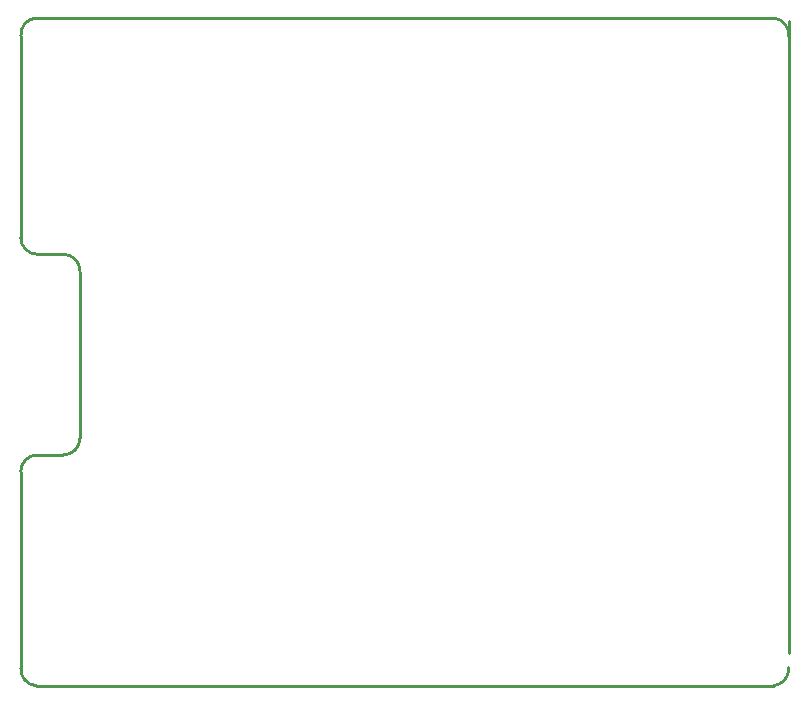
<source format=gbr>
G04*
G04 #@! TF.GenerationSoftware,Altium Limited,Altium Designer,24.1.2 (44)*
G04*
G04 Layer_Color=8388736*
%FSLAX25Y25*%
%MOIN*%
G70*
G04*
G04 #@! TF.SameCoordinates,59DD8EBB-DCD7-4209-94D2-A0ED0100978B*
G04*
G04*
G04 #@! TF.FilePolarity,Positive*
G04*
G01*
G75*
%ADD13C,0.01000*%
D13*
X-22553Y-320079D02*
G03*
X-28076Y-325601I0J-5523D01*
G01*
X-13881Y-320079D02*
G03*
X-8358Y-314556I0J5523D01*
G01*
X-8358Y-258672D02*
G03*
X-13881Y-253150I-5523J0D01*
G01*
X-28076Y-247627D02*
G03*
X-22553Y-253150I5523J0D01*
G01*
X227862Y-180409D02*
G03*
X222875Y-174411I-5500J500D01*
G01*
X-23043Y-174409D02*
G03*
X-28043Y-180409I500J-5500D01*
G01*
X222862Y-396990D02*
G03*
X227862Y-390990I-500J5500D01*
G01*
X-28043Y-390990D02*
G03*
X-23043Y-396990I5500J-500D01*
G01*
X-8358Y-314556D02*
X-8358Y-259055D01*
X-22553Y-253150D02*
X-13881Y-253150D01*
X-28043Y-325601D02*
X-28043Y-390990D01*
X-28043Y-180409D02*
X-28043Y-247627D01*
X-22553Y-320079D02*
X-13881D01*
X227862Y-175368D02*
X227862Y-385948D01*
X-23043Y-174409D02*
X222862Y-174550D01*
X-23043Y-396990D02*
X222862Y-396990D01*
M02*

</source>
